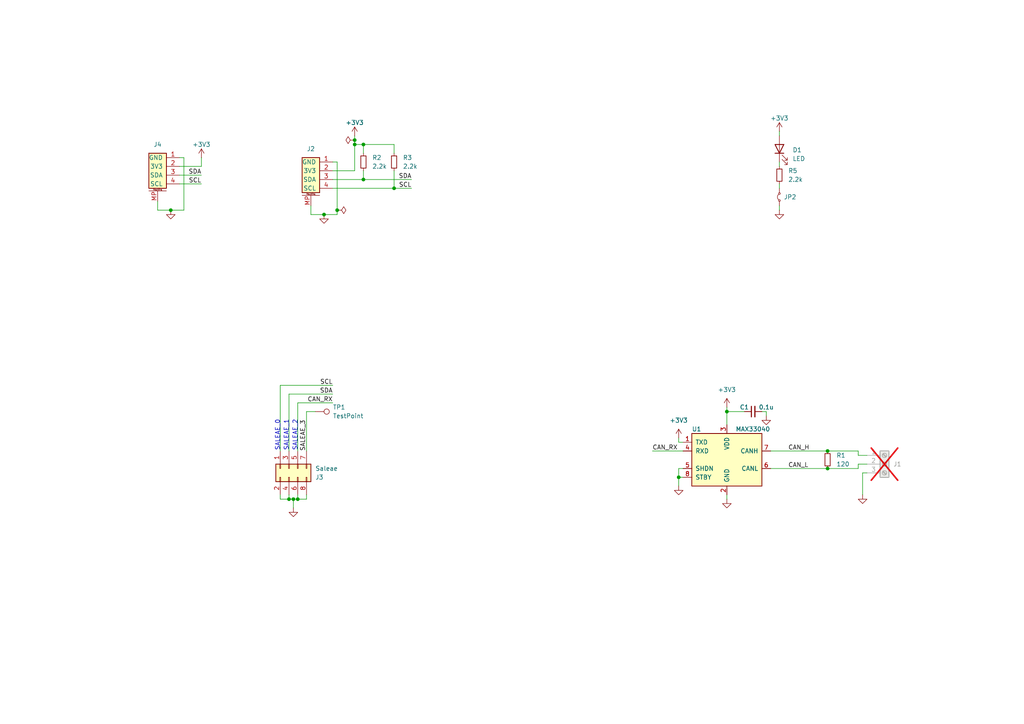
<source format=kicad_sch>
(kicad_sch (version 20250114) (generator "eeschema") (generator_version "9.0")
  (paper "A4")
  (lib_symbols
    (symbol "Connector:Screw_Terminal_01x03" (pin_names (offset 1.016) (hide yes))
      (property "Reference" "J" (at 0 5.08 0))
      (property "Value" "Screw_Terminal_01x03" (at 0 -5.08 0))
      (symbol "Screw_Terminal_01x03_1_1"
        (rectangle (start -1.27 3.81) (end 1.27 -3.81) (stroke (width 0.254)) (fill (type background)))
        (polyline (pts (xy -0.5334 2.8702) (xy 0.3302 2.032)) (stroke (width 0.1524)))
        (polyline (pts (xy -0.5334 0.3302) (xy 0.3302 -0.508)) (stroke (width 0.1524)))
        (polyline (pts (xy -0.5334 -2.2098) (xy 0.3302 -3.048)) (stroke (width 0.1524)))
        (polyline (pts (xy -0.3556 3.048) (xy 0.508 2.2098)) (stroke (width 0.1524)))
        (polyline (pts (xy -0.3556 0.508) (xy 0.508 -0.3302)) (stroke (width 0.1524)))
        (polyline (pts (xy -0.3556 -2.032) (xy 0.508 -2.8702)) (stroke (width 0.1524)))
        (circle (center 0 2.54) (radius 0.635) (stroke (width 0.1524)))
        (circle (center 0 0) (radius 0.635) (stroke (width 0.1524)))
        (circle (center 0 -2.54) (radius 0.635) (stroke (width 0.1524)))
        (pin passive line (at -5.08 2.54 0) (length 3.81) (name "Pin_1") (number "1"))
        (pin passive line (at -5.08 0 0) (length 3.81) (name "Pin_2") (number "2"))
        (pin passive line (at -5.08 -2.54 0) (length 3.81) (name "Pin_3") (number "3"))
      )
    )
    (symbol "Connector:TestPoint" (pin_numbers (hide yes)) (pin_names (offset 0.762) (hide yes))
      (property "Reference" "TP" (at 0 6.858 0))
      (property "Value" "TestPoint" (at 0 5.08 0))
      (symbol "TestPoint_0_1"
        (circle (center 0 3.302) (radius 0.762))
      )
      (symbol "TestPoint_1_1"
        (pin passive line (at 0 0 90) (length 2.54) (name "1") (number "1"))
      )
    )
    (symbol "Connector_Generic:Conn_02x04_Odd_Even" (pin_names (offset 1.016) (hide yes))
      (property "Reference" "J" (at 1.27 5.08 0))
      (property "Value" "Conn_02x04_Odd_Even" (at 1.27 -7.62 0))
      (symbol "Conn_02x04_Odd_Even_1_1"
        (rectangle (start -1.27 3.81) (end 3.81 -6.35) (stroke (width 0.254)) (fill (type background)))
        (rectangle (start -1.27 2.667) (end 0 2.413) (stroke (width 0.1524)))
        (rectangle (start -1.27 0.127) (end 0 -0.127) (stroke (width 0.1524)))
        (rectangle (start -1.27 -2.413) (end 0 -2.667) (stroke (width 0.1524)))
        (rectangle (start -1.27 -4.953) (end 0 -5.207) (stroke (width 0.1524)))
        (rectangle (start 3.81 2.667) (end 2.54 2.413) (stroke (width 0.1524)))
        (rectangle (start 3.81 0.127) (end 2.54 -0.127) (stroke (width 0.1524)))
        (rectangle (start 3.81 -2.413) (end 2.54 -2.667) (stroke (width 0.1524)))
        (rectangle (start 3.81 -4.953) (end 2.54 -5.207) (stroke (width 0.1524)))
        (pin passive line (at -5.08 2.54 0) (length 3.81) (name "Pin_1") (number "1"))
        (pin passive line (at -5.08 0 0) (length 3.81) (name "Pin_3") (number "3"))
        (pin passive line (at -5.08 -2.54 0) (length 3.81) (name "Pin_5") (number "5"))
        (pin passive line (at -5.08 -5.08 0) (length 3.81) (name "Pin_7") (number "7"))
        (pin passive line (at 7.62 2.54 180) (length 3.81) (name "Pin_2") (number "2"))
        (pin passive line (at 7.62 0 180) (length 3.81) (name "Pin_4") (number "4"))
        (pin passive line (at 7.62 -2.54 180) (length 3.81) (name "Pin_6") (number "6"))
        (pin passive line (at 7.62 -5.08 180) (length 3.81) (name "Pin_8") (number "8"))
      )
    )
    (symbol "Device:C_Small" (pin_numbers (hide yes)) (pin_names (offset 0.254) (hide yes))
      (property "Reference" "C" (at 0.254 1.778 0))
      (property "Value" "C_Small" (at 0.254 -2.032 0))
      (symbol "C_Small_0_1"
        (polyline (pts (xy -1.524 0.508) (xy 1.524 0.508)) (stroke (width 0.3048)))
        (polyline (pts (xy -1.524 -0.508) (xy 1.524 -0.508)) (stroke (width 0.3302)))
      )
      (symbol "C_Small_1_1"
        (pin passive line (at 0 2.54 270) (length 2.032) (name "~") (number "1"))
        (pin passive line (at 0 -2.54 90) (length 2.032) (name "~") (number "2"))
      )
    )
    (symbol "Device:LED" (pin_numbers (hide yes)) (pin_names (offset 1.016) (hide yes))
      (property "Reference" "D" (at 0 2.54 0))
      (property "Value" "LED" (at 0 -2.54 0))
      (symbol "LED_0_1"
        (polyline (pts (xy -3.048 -0.762) (xy -4.572 -2.286) (xy -3.81 -2.286) (xy -4.572 -2.286) (xy -4.572 -1.524)))
        (polyline (pts (xy -1.778 -0.762) (xy -3.302 -2.286) (xy -2.54 -2.286) (xy -3.302 -2.286) (xy -3.302 -1.524)))
        (polyline (pts (xy -1.27 0) (xy 1.27 0)))
        (polyline (pts (xy -1.27 -1.27) (xy -1.27 1.27)) (stroke (width 0.254)))
        (polyline (pts (xy 1.27 -1.27) (xy 1.27 1.27) (xy -1.27 0) (xy 1.27 -1.27)) (stroke (width 0.254)))
      )
      (symbol "LED_1_1"
        (pin passive line (at -3.81 0 0) (length 2.54) (name "K") (number "1"))
        (pin passive line (at 3.81 0 180) (length 2.54) (name "A") (number "2"))
      )
    )
    (symbol "Device:R_Small" (pin_numbers (hide yes)) (pin_names (offset 0.254) (hide yes))
      (property "Reference" "R" (at 0 0 90))
      (property "Value" "R_Small" (at 1.778 0 90))
      (symbol "R_Small_0_1"
        (rectangle (start -0.762 1.778) (end 0.762 -1.778) (stroke (width 0.2032)))
      )
      (symbol "R_Small_1_1"
        (pin passive line (at 0 2.54 270) (length 0.762) (name "~") (number "1"))
        (pin passive line (at 0 -2.54 90) (length 0.762) (name "~") (number "2"))
      )
    )
    (symbol "Jumper:Jumper_2_Small_Bridged" (pin_numbers (hide yes)) (pin_names (offset 0) (hide yes)) (exclude_from_sim yes)
      (property "Reference" "JP" (at 0 2.032 0))
      (property "Value" "Jumper_2_Small_Bridged" (at 0 -2.286 0))
      (symbol "Jumper_2_Small_Bridged_0_0"
        (circle (center -1.016 0) (radius 0.254))
        (circle (center 1.016 0) (radius 0.254))
      )
      (symbol "Jumper_2_Small_Bridged_0_1"
        (arc (start -0.762 0.254) (mid 0 0.5696) (end 0.762 0.254))
      )
      (symbol "Jumper_2_Small_Bridged_1_1"
        (pin passive line (at -2.54 0 0) (length 1.27) (name "A") (number "1"))
        (pin passive line (at 2.54 0 180) (length 1.27) (name "B") (number "2"))
      )
    )
    (symbol "R_Small_1" (pin_numbers (hide yes)) (pin_names (offset 0.254) (hide yes))
      (property "Reference" "R" (at 0 0 90))
      (property "Value" "R_Small" (at 1.778 0 90))
      (symbol "R_Small_1_0_1"
        (rectangle (start -0.762 1.778) (end 0.762 -1.778) (stroke (width 0.2032)))
      )
      (symbol "R_Small_1_1_1"
        (pin passive line (at 0 2.54 270) (length 0.762) (name "~") (number "1"))
        (pin passive line (at 0 -2.54 90) (length 0.762) (name "~") (number "2"))
      )
    )
    (symbol "R_Small_2" (pin_numbers (hide yes)) (pin_names (offset 0.254) (hide yes))
      (property "Reference" "R" (at 0 0 90))
      (property "Value" "R_Small" (at 1.778 0 90))
      (symbol "R_Small_2_0_1"
        (rectangle (start -0.762 1.778) (end 0.762 -1.778) (stroke (width 0.2032)))
      )
      (symbol "R_Small_2_1_1"
        (pin passive line (at 0 2.54 270) (length 0.762) (name "~") (number "1"))
        (pin passive line (at 0 -2.54 90) (length 0.762) (name "~") (number "2"))
      )
    )
    (symbol "R_Small_3" (pin_numbers (hide yes)) (pin_names (offset 0.254) (hide yes))
      (property "Reference" "R" (at 0 0 90))
      (property "Value" "R_Small" (at 1.778 0 90))
      (symbol "R_Small_3_0_1"
        (rectangle (start -0.762 1.778) (end 0.762 -1.778) (stroke (width 0.2032)))
      )
      (symbol "R_Small_3_1_1"
        (pin passive line (at 0 2.54 270) (length 0.762) (name "~") (number "1"))
        (pin passive line (at 0 -2.54 90) (length 0.762) (name "~") (number "2"))
      )
    )
    (symbol "SKEC_Symbols:Conn_QWIIC_Vertical" (pin_names (offset 1.016))
      (property "Reference" "J" (at 0 5.08 0))
      (property "Value" "Conn_QWIIC_Vertical" (at -5.08 10.16 0))
      (symbol "Conn_QWIIC_Vertical_1_1"
        (rectangle (start -2.54 3.81) (end 2.54 -6.35) (stroke (width 0.254)) (fill (type background)))
        (polyline (pts (xy -2.54 -7.112) (xy 2.54 -7.112)) (stroke (width 0.1524)))
        (text "Mounting" (at 0 -6.731 0) (effects (font (size 0.381 0.381))))
        (pin passive line (at -6.35 2.54 0) (length 3.81) (name "GND") (number "1"))
        (pin passive line (at -6.35 0 0) (length 3.81) (name "3V3") (number "2"))
        (pin passive line (at -6.35 -2.54 0) (length 3.81) (name "SDA") (number "3"))
        (pin passive line (at -6.35 -5.08 0) (length 3.81) (name "SCL") (number "4"))
        (pin passive line (at 0 -10.16 90) (length 3.048) (name "") (number "MP"))
      )
    )
    (symbol "SKEC_Symbols:MAX33040" (pin_names (offset 1.016))
      (property "Reference" "U2" (at 2.1941 12.7 0))
      (property "Value" "MAX33040" (at 2.1941 10.16 0))
      (symbol "MAX33040_0_1"
        (rectangle (start -10.16 7.62) (end 10.16 -7.62) (stroke (width 0.254)) (fill (type background)))
      )
      (symbol "MAX33040_1_1"
        (pin input line (at -12.7 5.08 0) (length 2.54) (name "TXD") (number "1"))
        (pin output line (at -12.7 2.54 0) (length 2.54) (name "RXD") (number "4"))
        (pin input line (at -12.7 -2.54 0) (length 2.54) (name "SHDN") (number "5"))
        (pin input line (at -12.7 -5.08 0) (length 2.54) (name "STBY") (number "8"))
        (pin power_in line (at 0 10.16 270) (length 2.54) (name "VDD") (number "3"))
        (pin power_in line (at 0 -10.16 90) (length 2.54) (name "GND") (number "2"))
        (pin bidirectional line (at 12.7 2.54 180) (length 2.54) (name "CANH") (number "7"))
        (pin bidirectional line (at 12.7 -2.54 180) (length 2.54) (name "CANL") (number "6"))
      )
    )
    (symbol "power:+3V3" (power) (pin_numbers (hide yes)) (pin_names (offset 0) (hide yes))
      (property "Value" "+3V3" (at 0 3.556 0))
      (symbol "+3V3_0_1"
        (polyline (pts (xy -0.762 1.27) (xy 0 2.54)))
        (polyline (pts (xy 0 2.54) (xy 0.762 1.27)))
        (polyline (pts (xy 0 0) (xy 0 2.54)))
      )
      (symbol "+3V3_1_1"
        (pin power_in line (at 0 0 90) (length 0) (name "~") (number "1"))
      )
    )
    (symbol "power:GND" (power) (pin_numbers (hide yes)) (pin_names (offset 0) (hide yes))
      (property "Value" "GND" (at 0 -3.81 0))
      (symbol "GND_0_1"
        (polyline (pts (xy 0 0) (xy 0 -1.27) (xy 1.27 -1.27) (xy 0 -2.54) (xy -1.27 -1.27) (xy 0 -1.27)))
      )
      (symbol "GND_1_1"
        (pin power_in line (at 0 0 270) (length 0) (name "~") (number "1"))
      )
    )
    (symbol "power:PWR_FLAG" (power) (pin_numbers (hide yes)) (pin_names (offset 0) (hide yes))
      (property "Value" "PWR_FLAG" (at 0 3.81 0))
      (symbol "PWR_FLAG_0_0"
        (pin power_out line (at 0 0 90) (length 0) (name "~") (number "1"))
      )
      (symbol "PWR_FLAG_0_1"
        (polyline (pts (xy 0 0) (xy 0 1.27) (xy -1.016 1.905) (xy 0 2.54) (xy 1.016 1.905) (xy 0 1.27)))
      )
    )
  )
  (text "SALEAE_2" (at 86.36 130.81 90) (effects (font (size 1.27 1.27)) (justify left bottom)))
  (text "SALEAE_0" (at 81.28 130.81 90) (effects (font (size 1.27 1.27)) (justify left bottom)))
  (text "SALEAE_1" (at 83.82 130.81 90) (effects (font (size 1.27 1.27)) (justify left bottom)))
  (junction (at 83.82 144.78))
  (junction (at 97.79 60.96))
  (junction (at 93.98 62.23))
  (junction (at 102.87 40.64))
  (junction (at 105.41 52.07))
  (junction (at 85.09 144.78))
  (junction (at 240.03 135.89))
  (junction (at 114.3 54.61))
  (junction (at 105.41 41.91))
  (junction (at 196.85 138.43))
  (junction (at 240.03 130.81))
  (junction (at 86.36 144.78))
  (junction (at 102.87 41.91))
  (junction (at 210.82 119.38))
  (junction (at 49.53 60.96))
  (wire (pts (xy 226.06 53.34) (xy 226.06 54.61)))
  (wire (pts (xy 93.98 62.23) (xy 97.79 62.23)))
  (wire (pts (xy 248.92 132.08) (xy 251.46 132.08)))
  (wire (pts (xy 102.87 41.91) (xy 102.87 40.64)))
  (wire (pts (xy 58.42 45.72) (xy 58.42 48.26)))
  (wire (pts (xy 210.82 143.51) (xy 210.82 144.78)))
  (wire (pts (xy 88.9 143.51) (xy 88.9 144.78)))
  (wire (pts (xy 226.06 38.1) (xy 226.06 39.37)))
  (wire (pts (xy 83.82 143.51) (xy 83.82 144.78)))
  (wire (pts (xy 222.25 120.65) (xy 222.25 119.38)))
  (wire (pts (xy 85.09 144.78) (xy 85.09 147.32)))
  (wire (pts (xy 52.07 50.8) (xy 58.42 50.8)))
  (wire (pts (xy 210.82 123.19) (xy 210.82 119.38)))
  (wire (pts (xy 223.52 130.81) (xy 240.03 130.81)))
  (wire (pts (xy 196.85 135.89) (xy 198.12 135.89)))
  (wire (pts (xy 97.79 60.96) (xy 97.79 62.23)))
  (wire (pts (xy 114.3 54.61) (xy 119.38 54.61)))
  (wire (pts (xy 53.34 45.72) (xy 53.34 60.96)))
  (wire (pts (xy 52.07 48.26) (xy 58.42 48.26)))
  (wire (pts (xy 86.36 116.84) (xy 86.36 130.81)))
  (wire (pts (xy 114.3 54.61) (xy 114.3 49.53)))
  (wire (pts (xy 86.36 144.78) (xy 88.9 144.78)))
  (wire (pts (xy 226.06 46.99) (xy 226.06 48.26)))
  (wire (pts (xy 49.53 60.96) (xy 53.34 60.96)))
  (wire (pts (xy 105.41 44.45) (xy 105.41 41.91)))
  (wire (pts (xy 86.36 143.51) (xy 86.36 144.78)))
  (wire (pts (xy 45.72 60.96) (xy 49.53 60.96)))
  (wire (pts (xy 81.28 111.76) (xy 96.52 111.76)))
  (wire (pts (xy 96.52 49.53) (xy 102.87 49.53)))
  (wire (pts (xy 248.92 132.08) (xy 248.92 130.81)))
  (wire (pts (xy 102.87 40.64) (xy 102.87 39.37)))
  (wire (pts (xy 83.82 114.3) (xy 96.52 114.3)))
  (wire (pts (xy 198.12 128.27) (xy 196.85 128.27)))
  (wire (pts (xy 102.87 41.91) (xy 105.41 41.91)))
  (wire (pts (xy 251.46 134.62) (xy 248.92 134.62)))
  (wire (pts (xy 223.52 135.89) (xy 240.03 135.89)))
  (wire (pts (xy 83.82 144.78) (xy 85.09 144.78)))
  (wire (pts (xy 81.28 143.51) (xy 81.28 144.78)))
  (wire (pts (xy 96.52 54.61) (xy 114.3 54.61)))
  (wire (pts (xy 96.52 46.99) (xy 97.79 46.99)))
  (wire (pts (xy 85.09 144.78) (xy 86.36 144.78)))
  (wire (pts (xy 222.25 119.38) (xy 220.98 119.38)))
  (wire (pts (xy 114.3 44.45) (xy 114.3 41.91)))
  (wire (pts (xy 88.9 130.81) (xy 88.9 119.38)))
  (wire (pts (xy 248.92 135.89) (xy 240.03 135.89)))
  (wire (pts (xy 226.06 59.69) (xy 226.06 60.96)))
  (wire (pts (xy 248.92 134.62) (xy 248.92 135.89)))
  (wire (pts (xy 81.28 144.78) (xy 83.82 144.78)))
  (wire (pts (xy 196.85 138.43) (xy 198.12 138.43)))
  (wire (pts (xy 45.72 58.42) (xy 45.72 60.96)))
  (wire (pts (xy 196.85 140.97) (xy 196.85 138.43)))
  (wire (pts (xy 105.41 41.91) (xy 114.3 41.91)))
  (wire (pts (xy 105.41 52.07) (xy 119.38 52.07)))
  (wire (pts (xy 251.46 137.16) (xy 250.19 137.16)))
  (wire (pts (xy 248.92 130.81) (xy 240.03 130.81)))
  (wire (pts (xy 52.07 53.34) (xy 58.42 53.34)))
  (wire (pts (xy 196.85 127) (xy 196.85 128.27)))
  (wire (pts (xy 90.17 62.23) (xy 93.98 62.23)))
  (wire (pts (xy 102.87 49.53) (xy 102.87 41.91)))
  (wire (pts (xy 83.82 114.3) (xy 83.82 130.81)))
  (wire (pts (xy 88.9 119.38) (xy 91.44 119.38)))
  (wire (pts (xy 96.52 116.84) (xy 86.36 116.84)))
  (wire (pts (xy 97.79 46.99) (xy 97.79 60.96)))
  (wire (pts (xy 81.28 111.76) (xy 81.28 130.81)))
  (wire (pts (xy 210.82 119.38) (xy 215.9 119.38)))
  (wire (pts (xy 90.17 59.69) (xy 90.17 62.23)))
  (wire (pts (xy 105.41 49.53) (xy 105.41 52.07)))
  (wire (pts (xy 196.85 135.89) (xy 196.85 138.43)))
  (wire (pts (xy 250.19 137.16) (xy 250.19 143.51)))
  (wire (pts (xy 189.23 130.81) (xy 198.12 130.81)))
  (wire (pts (xy 52.07 45.72) (xy 53.34 45.72)))
  (wire (pts (xy 210.82 118.11) (xy 210.82 119.38)))
  (wire (pts (xy 96.52 52.07) (xy 105.41 52.07)))
  (label "SALEAE_3" (at 88.9 130.81 90))
  (label "SDA" (at 58.42 50.8 180))
  (label "CAN_RX" (at 96.52 116.84 180))
  (label "SCL" (at 58.42 53.34 180))
  (label "CAN_L" (at 228.6 135.89 0))
  (label "SCL" (at 119.38 54.61 180))
  (label "SDA" (at 119.38 52.07 180))
  (label "SCL" (at 96.52 111.76 180))
  (label "CAN_RX" (at 189.23 130.81 0))
  (label "CAN_H" (at 228.6 130.81 0))
  (label "SDA" (at 96.52 114.3 180))
  (symbol (lib_id "Device:C_Small") (at 218.44 119.38 90) (unit 1)
    (property "Reference" "C1" (at 215.9 118.11 90))
    (property "Value" "0.1u" (at 222.25 118.11 90))
    (property "Footprint" "Capacitor_SMD:C_0402_1005Metric" (effects (hide yes)))
    (property "Description" "Unpolarized capacitor, small symbol" (effects (hide yes)))
  )
  (symbol (lib_id "Connector_Generic:Conn_02x04_Odd_Even") (at 83.82 135.89 90) (mirror x) (unit 1)
    (property "Reference" "J3" (at 91.44 138.4301 90) (effects (justify right)))
    (property "Value" "Saleae" (at 91.44 135.8901 90) (effects (justify right)))
    (property "Footprint" "Connector_PinHeader_2.54mm:PinHeader_2x04_P2.54mm_Horizontal" (effects (hide yes)))
    (property "Datasheet" "https://www.lcsc.com/datasheet/lcsc_datasheet_2308241402_CJT-Changjiang-Connectors-A2541HWR-2x4P_C7529541.pdf" (effects (hide yes)))
    (property "Description" "Generic connector, double row, 02x04, odd/even pin numbering scheme (row 1 odd numbers, row 2 even numbers), script generated (kicad-library-utils/schlib/autogen/connector/)" (effects (hide yes)))
    (property "MPN" "C7529541" (effects (hide yes)))
  )
  (symbol (lib_id "power:PWR_FLAG") (at 97.79 60.96 270) (unit 1)
    (property "Reference" "#FLG02" (effects (hide yes)))
    (property "Value" "PWR_FLAG" (effects (hide yes)))
    (property "Description" "Special symbol for telling ERC where power comes from" (effects (hide yes)))
  )
  (symbol (lib_id "SKEC_Symbols:Conn_QWIIC_Vertical") (at 45.72 48.26 0) (mirror y) (unit 1)
    (property "Reference" "J4" (at 45.72 41.91 0))
    (property "Value" "Conn_QWIIC_Vertical" (effects (hide yes)))
    (property "Footprint" "Connector_JST:JST_SH_BM04B-SRSS-TB_1x04-1MP_P1.00mm_Vertical" (effects (hide yes)))
    (property "Datasheet" "https://www.jst-mfg.com/product/pdf/eng/eSH.pdf" (effects (hide yes)))
    (property "Description" "QWIIC Connector" (effects (hide yes)))
    (property "MPN" "C495539" (effects (hide yes)))
    (property "Digi-Key" "455-BM04B-SRSS-TBTCT-ND" (effects (hide yes)))
  )
  (symbol (lib_id "power:GND") (at 222.25 120.65 0) (unit 1)
    (property "Reference" "#PWR06" (effects (hide yes)))
    (property "Value" "GND" (effects (hide yes)))
    (property "Description" "Power symbol creates a global label with name \"GND\" , ground" (effects (hide yes)))
  )
  (symbol (lib_id "power:PWR_FLAG") (at 102.87 40.64 90) (unit 1)
    (property "Reference" "#FLG01" (effects (hide yes)))
    (property "Value" "PWR_FLAG" (effects (hide yes)))
    (property "Description" "Special symbol for telling ERC where power comes from" (effects (hide yes)))
  )
  (symbol (lib_id "power:GND") (at 226.06 60.96 0) (unit 1)
    (property "Reference" "#PWR011" (effects (hide yes)))
    (property "Value" "GND" (effects (hide yes)))
    (property "Description" "Power symbol creates a global label with name \"GND\" , ground" (effects (hide yes)))
  )
  (symbol (lib_id "power:+3V3") (at 226.06 38.1 0) (unit 1)
    (property "Reference" "#PWR010" (effects (hide yes)))
    (property "Value" "+3V3" (at 226.06 34.29 0))
    (property "Description" "Power symbol creates a global label with name \"+3V3\"" (effects (hide yes)))
  )
  (symbol (lib_id "Connector:Screw_Terminal_01x03") (at 256.54 134.62 0) (unit 1) (in_bom no) (dnp yes)
    (property "Reference" "J1" (at 259.08 134.6199 0) (effects (justify left)))
    (property "Value" "Screw_Terminal_01x03" (effects (hide yes)))
    (property "Footprint" "SKEC_Footprints:Screw_Terminal_01x03_BoardEdge_Horizontal" (effects (hide yes)))
    (property "Description" "Generic screw terminal, single row, 01x03, script generated (kicad-library-utils/schlib/autogen/connector/)" (effects (hide yes)))
    (property "MPN" "C466971" (effects (hide yes)))
  )
  (symbol (lib_id "Device:R_Small") (at 114.3 46.99 0) (unit 1)
    (property "Reference" "R3" (at 116.84 45.7199 0) (effects (justify left)))
    (property "Value" "2.2k" (at 116.84 48.2599 0) (effects (justify left)))
    (property "Footprint" "Resistor_SMD:R_0402_1005Metric_Pad0.72x0.64mm_HandSolder" (effects (hide yes)))
    (property "Description" "Resistor, small symbol" (effects (hide yes)))
  )
  (symbol (lib_id "power:GND") (at 93.98 62.23 0) (unit 1)
    (property "Reference" "#PWR04" (effects (hide yes)))
    (property "Value" "GND" (effects (hide yes)))
    (property "Description" "Power symbol creates a global label with name \"GND\" , ground" (effects (hide yes)))
  )
  (symbol (lib_id "power:GND") (at 85.09 147.32 0) (unit 1)
    (property "Reference" "#PWR02" (effects (hide yes)))
    (property "Value" "GND" (effects (hide yes)))
    (property "Description" "Power symbol creates a global label with name \"GND\" , ground" (effects (hide yes)))
  )
  (symbol (lib_id "power:+3V3") (at 210.82 118.11 0) (unit 1)
    (property "Reference" "#PWR07" (effects (hide yes)))
    (property "Value" "+3V3" (at 210.82 113.03 0))
    (property "Description" "Power symbol creates a global label with name \"+3V3\"" (effects (hide yes)))
  )
  (symbol (lib_name "R_Small_1") (lib_id "Device:R_Small") (at 226.06 50.8 0) (unit 1)
    (property "Reference" "R5" (at 228.6 49.5299 0) (effects (justify left)))
    (property "Value" "2.2k" (at 228.6 52.0699 0) (effects (justify left)))
    (property "Footprint" "Resistor_SMD:R_0402_1005Metric_Pad0.72x0.64mm_HandSolder" (effects (hide yes)))
    (property "Description" "Resistor, small symbol" (effects (hide yes)))
  )
  (symbol (lib_name "R_Small_3") (lib_id "Device:R_Small") (at 105.41 46.99 0) (unit 1)
    (property "Reference" "R2" (at 107.95 45.7199 0) (effects (justify left)))
    (property "Value" "2.2k" (at 107.95 48.2599 0) (effects (justify left)))
    (property "Footprint" "Resistor_SMD:R_0402_1005Metric_Pad0.72x0.64mm_HandSolder" (effects (hide yes)))
    (property "Description" "Resistor, small symbol" (effects (hide yes)))
  )
  (symbol (lib_id "power:GND") (at 49.53 60.96 0) (unit 1)
    (property "Reference" "#PWR012" (effects (hide yes)))
    (property "Value" "GND" (effects (hide yes)))
    (property "Description" "Power symbol creates a global label with name \"GND\" , ground" (effects (hide yes)))
  )
  (symbol (lib_id "power:GND") (at 196.85 140.97 0) (unit 1)
    (property "Reference" "#PWR09" (effects (hide yes)))
    (property "Value" "GND" (effects (hide yes)))
    (property "Description" "Power symbol creates a global label with name \"GND\" , ground" (effects (hide yes)))
  )
  (symbol (lib_id "power:GND") (at 250.19 143.51 0) (unit 1)
    (property "Reference" "#PWR01" (effects (hide yes)))
    (property "Value" "GND" (effects (hide yes)))
    (property "Description" "Power symbol creates a global label with name \"GND\" , ground" (effects (hide yes)))
  )
  (symbol (lib_id "power:+3V3") (at 58.42 45.72 0) (unit 1)
    (property "Reference" "#PWR013" (effects (hide yes)))
    (property "Value" "+3V3" (at 58.42 41.91 0))
    (property "Description" "Power symbol creates a global label with name \"+3V3\"" (effects (hide yes)))
  )
  (symbol (lib_id "Connector:TestPoint") (at 91.44 119.38 270) (unit 1)
    (property "Reference" "TP1" (at 96.52 118.1099 90) (effects (justify left)))
    (property "Value" "TestPoint" (at 96.52 120.6499 90) (effects (justify left)))
    (property "Footprint" "Connector_PinHeader_2.54mm:PinHeader_1x01_P2.54mm_Vertical" (effects (hide yes)))
    (property "Description" "test point" (effects (hide yes)))
  )
  (symbol (lib_id "SKEC_Symbols:MAX33040") (at 210.82 133.35 0) (unit 1)
    (property "Reference" "U1" (at 200.66 124.46 0) (effects (justify left)))
    (property "Value" "MAX33040" (at 213.36 124.46 0) (effects (justify left)))
    (property "Footprint" "Package_TO_SOT_SMD:SOT-23-8" (effects (hide yes)))
    (property "Datasheet" "https://www.analog.com/media/en/technical-documentation/data-sheets/MAX33040E-MAX33041E.pdf" (effects (hide yes)))
    (property "Description" "High-Speed CAN Transceiver, 1Mbps, 3.3V supply" (effects (hide yes)))
    (property "MPN" "C5221297" (effects (hide yes)))
  )
  (symbol (lib_id "power:GND") (at 210.82 144.78 0) (unit 1)
    (property "Reference" "#PWR05" (effects (hide yes)))
    (property "Value" "GND" (effects (hide yes)))
    (property "Description" "Power symbol creates a global label with name \"GND\" , ground" (effects (hide yes)))
  )
  (symbol (lib_id "power:+3V3") (at 196.85 127 0) (unit 1)
    (property "Reference" "#PWR08" (effects (hide yes)))
    (property "Value" "+3V3" (at 196.85 121.92 0))
    (property "Description" "Power symbol creates a global label with name \"+3V3\"" (effects (hide yes)))
  )
  (symbol (lib_id "SKEC_Symbols:Conn_QWIIC_Vertical") (at 90.17 49.53 0) (mirror y) (unit 1)
    (property "Reference" "J2" (at 90.17 43.18 0))
    (property "Value" "Conn_QWIIC_Vertical" (effects (hide yes)))
    (property "Footprint" "Connector_JST:JST_SH_BM04B-SRSS-TB_1x04-1MP_P1.00mm_Vertical" (effects (hide yes)))
    (property "Datasheet" "https://www.jst-mfg.com/product/pdf/eng/eSH.pdf" (effects (hide yes)))
    (property "Description" "QWIIC Connector" (effects (hide yes)))
    (property "MPN" "C495539" (effects (hide yes)))
    (property "Digi-Key" "455-BM04B-SRSS-TBTCT-ND" (effects (hide yes)))
  )
  (symbol (lib_name "R_Small_2") (lib_id "Device:R_Small") (at 240.03 133.35 0) (unit 1)
    (property "Reference" "R1" (at 242.57 132.0799 0) (effects (justify left)))
    (property "Value" "120" (at 242.57 134.6199 0) (effects (justify left)))
    (property "Footprint" "Resistor_SMD:R_0603_1608Metric_Pad0.98x0.95mm_HandSolder" (effects (hide yes)))
    (property "Description" "Resistor, small symbol" (effects (hide yes)))
  )
  (symbol (lib_id "Jumper:Jumper_2_Small_Bridged") (at 226.06 57.15 90) (unit 1)
    (property "Reference" "JP2" (at 227.33 57.15 90) (effects (justify right)))
    (property "Value" "Jumper_2_Small_Bridged" (effects (hide yes)))
    (property "Footprint" "Jumper:SolderJumper-2_P1.3mm_Bridged_RoundedPad1.0x1.5mm" (effects (hide yes)))
    (property "Description" "Jumper, 2-pole, small symbol, bridged" (effects (hide yes)))
  )
  (symbol (lib_id "Device:LED") (at 226.06 43.18 90) (unit 1)
    (property "Reference" "D1" (at 229.87 43.4974 90) (effects (justify right)))
    (property "Value" "LED" (at 229.87 46.0374 90) (effects (justify right)))
    (property "Footprint" "LED_SMD:LED_0603_1608Metric" (effects (hide yes)))
    (property "Description" "Light emitting diode" (effects (hide yes)))
  )
  (symbol (lib_id "power:+3V3") (at 102.87 39.37 0) (unit 1)
    (property "Reference" "#PWR03" (effects (hide yes)))
    (property "Value" "+3V3" (at 102.87 35.56 0))
    (property "Description" "Power symbol creates a global label with name \"+3V3\"" (effects (hide yes)))
  )
)
</source>
